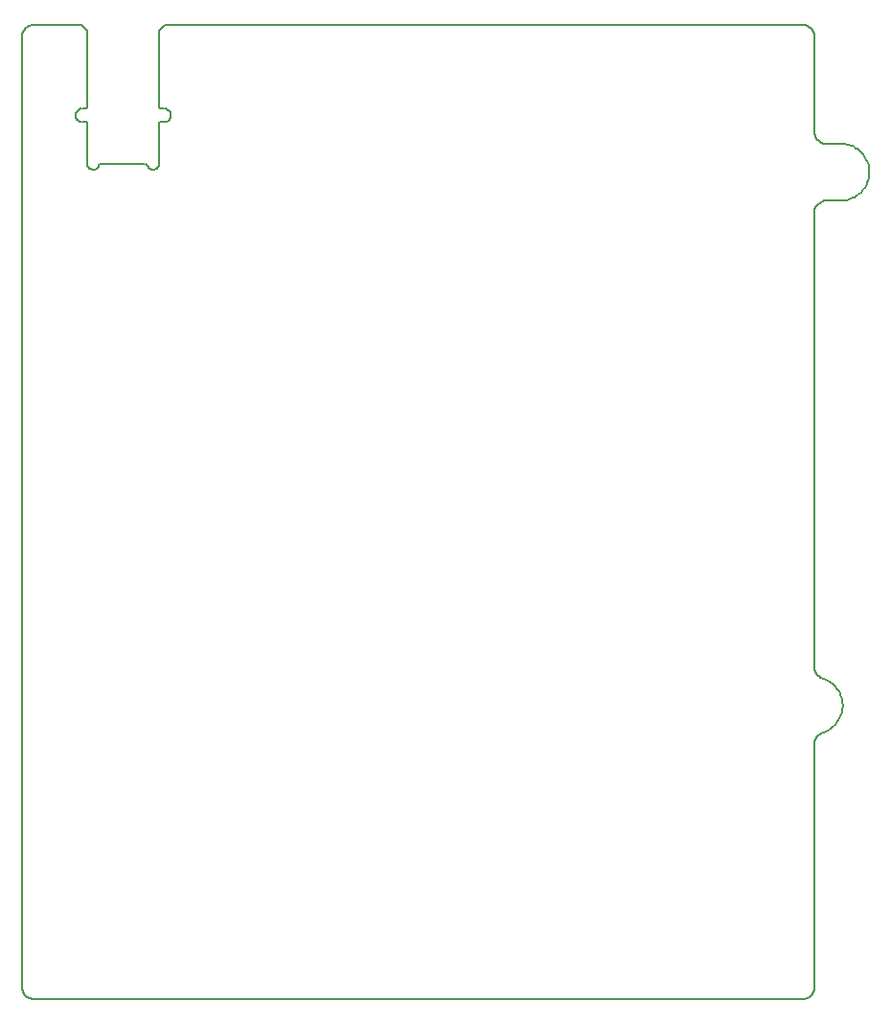
<source format=gko>
%FSTAX23Y23*%
%MOIN*%
%SFA1B1*%

%IPPOS*%
%ADD13C,0.005900*%
%LNmain_board-1*%
%LPD*%
G54D13*
X02389Y01161D02*
D01*
X02389Y01158*
X0239Y01155*
X0239Y01153*
X02391Y0115*
X02392Y01147*
X02393Y01145*
X02394Y01142*
X02395Y0114*
X02397Y01138*
X02399Y01136*
X024Y01134*
X02402Y01132*
X02404Y0113*
X02407Y01128*
X02409Y01127*
X02411Y01125*
X02414Y01124*
X02417Y01123*
X02419Y01123*
X02422Y01122*
X02425Y01122*
X02427Y01122*
X02429Y04507D02*
D01*
X02426Y04507*
X02423Y04507*
X0242Y04507*
X02418Y04506*
X02415Y04505*
X02413Y04504*
X0241Y04503*
X02408Y04501*
X02405Y045*
X02403Y04498*
X02401Y04496*
X02399Y04494*
X02398Y04492*
X02396Y0449*
X02394Y04488*
X02393Y04485*
X02392Y04483*
X02391Y0448*
X0239Y04478*
X0239Y04475*
X02389Y04472*
X02389Y0447*
X02597Y04217D02*
D01*
X02595Y04217*
X02594Y04216*
X02592Y04216*
X0259Y04216*
X02589Y04215*
X02587Y04214*
X02586Y04213*
X02585Y04212*
X02583Y04211*
X02582Y0421*
X02581Y04209*
X0258Y04208*
X02579Y04206*
X02578Y04205*
X02577Y04203*
X02577Y04202*
X02576Y042*
X02576Y04199*
X02576Y04197*
X02575Y04196*
X02575Y04194*
X02575Y04192*
X02575Y04191*
X02576Y04189*
X02576Y04187*
X02576Y04186*
X02577Y04184*
X02578Y04183*
X02579Y04181*
X02579Y0418*
X0258Y04179*
X02582Y04177*
X02583Y04176*
X02584Y04175*
X02585Y04174*
X02587Y04173*
X02588Y04172*
X0259Y04172*
X02591Y04171*
X02593Y04171*
X02594Y0417*
X02596Y0417*
X02597Y0417*
X02617Y04022D02*
D01*
X02617Y04021*
X02617Y0402*
X02617Y04018*
X02618Y04017*
X02618Y04016*
X02619Y04015*
X0262Y04013*
X02621Y04012*
X02621Y04011*
X02622Y0401*
X02623Y04009*
X02624Y04008*
X02626Y04008*
X02627Y04007*
X02628Y04006*
X02629Y04006*
X02631Y04005*
X02632Y04005*
X02633Y04005*
X02635Y04005*
X02636Y04004*
X02637Y04004*
X02639Y04005*
X0264Y04005*
X02641Y04005*
X02643Y04005*
X02644Y04006*
X02645Y04007*
X02646Y04007*
X02648Y04008*
X02649Y04009*
X0265Y0401*
X02651Y04011*
X02652Y04012*
X02652Y04013*
X02653Y04014*
X02654Y04015*
X02654Y04016*
X02655Y04018*
X02655Y04019*
X02656Y0402*
X02826Y04018D02*
D01*
X02827Y04017*
X02827Y04016*
X02828Y04014*
X02829Y04013*
X02829Y04012*
X0283Y04011*
X02831Y0401*
X02832Y04009*
X02833Y04008*
X02834Y04007*
X02836Y04007*
X02837Y04006*
X02838Y04006*
X02839Y04005*
X02841Y04005*
X02842Y04005*
X02843Y04004*
X02845Y04004*
X02846Y04004*
X02848Y04005*
X02849Y04005*
X0285Y04005*
X02852Y04006*
X02853Y04006*
X02854Y04007*
X02855Y04007*
X02856Y04008*
X02858Y04009*
X02859Y0401*
X0286Y04011*
X0286Y04012*
X02861Y04013*
X02862Y04014*
X02863Y04015*
X02863Y04017*
X02864Y04018*
X02864Y04019*
X02864Y0402*
X02865Y04022*
X02865Y04022*
X02884Y0417D02*
D01*
X02886Y0417*
X02888Y0417*
X02889Y04171*
X02891Y04171*
X02892Y04172*
X02894Y04173*
X02895Y04174*
X02897Y04174*
X02898Y04175*
X02899Y04177*
X029Y04178*
X02901Y04179*
X02902Y0418*
X02903Y04182*
X02904Y04183*
X02904Y04185*
X02905Y04186*
X02905Y04188*
X02906Y0419*
X02906Y04191*
X02906Y04193*
X02906Y04195*
X02906Y04196*
X02906Y04198*
X02905Y04199*
X02905Y04201*
X02904Y04203*
X02904Y04204*
X02903Y04206*
X02902Y04207*
X02901Y04208*
X029Y0421*
X02899Y04211*
X02897Y04212*
X02896Y04213*
X02895Y04214*
X02893Y04214*
X02892Y04215*
X0289Y04216*
X02889Y04216*
X02887Y04217*
X02885Y04217*
X02884Y04217*
X05145Y0447D02*
D01*
X05145Y04473*
X05144Y04476*
X05144Y04478*
X05143Y04481*
X05142Y04484*
X05141Y04486*
X05139Y04488*
X05138Y04491*
X05136Y04493*
X05134Y04495*
X05133Y04497*
X0513Y04499*
X05128Y045*
X05126Y04502*
X05124Y04503*
X05121Y04504*
X05118Y04505*
X05116Y04506*
X05113Y04507*
X0511Y04507*
X05108Y04507*
X05107Y04507*
X05145Y04135D02*
D01*
X05145Y04132*
X05146Y04129*
X05147Y04126*
X05148Y04123*
X05149Y0412*
X0515Y04118*
X05151Y04115*
X05153Y04112*
X05155Y0411*
X05157Y04108*
X05159Y04106*
X05161Y04104*
X05164Y04102*
X05166Y041*
X05169Y04099*
X05172Y04097*
X05175Y04096*
X05177Y04095*
X0518Y04095*
X05183Y04094*
X05186Y04094*
X05187Y04094*
X0524Y03897D02*
D01*
X05246Y03897*
X05253Y03898*
X0526Y03899*
X05267Y03901*
X05273Y03903*
X0528Y03906*
X05286Y03909*
X05292Y03913*
X05297Y03916*
X05303Y03921*
X05308Y03925*
X05312Y0393*
X05317Y03936*
X05321Y03941*
X05324Y03947*
X05328Y03953*
X0533Y03959*
X05333Y03966*
X05334Y03973*
X05336Y03979*
X05337Y03986*
X05337Y03993*
X05337Y04*
X05336Y04007*
X05335Y04013*
X05334Y0402*
X05332Y04027*
X0533Y04033*
X05327Y04039*
X05323Y04045*
X0532Y04051*
X05316Y04057*
X05311Y04062*
X05306Y04067*
X05301Y04071*
X05296Y04076*
X0529Y04079*
X05284Y04083*
X05278Y04086*
X05272Y04088*
X05265Y0409*
X05258Y04092*
X05252Y04093*
X05245Y04094*
X05239Y04094*
X05186Y03897D02*
D01*
X05183Y03897*
X0518Y03896*
X05177Y03896*
X05174Y03895*
X05172Y03894*
X05169Y03892*
X05166Y03891*
X05164Y03889*
X05161Y03887*
X05159Y03885*
X05157Y03883*
X05155Y03881*
X05153Y03879*
X05151Y03876*
X0515Y03873*
X05149Y03871*
X05147Y03868*
X05147Y03865*
X05146Y03862*
X05145Y03859*
X05145Y03856*
X05145Y03855*
Y02274D02*
D01*
X05145Y02271*
X05146Y02268*
X05147Y02265*
X05148Y02262*
X05149Y02259*
X0515Y02257*
X05151Y02254*
X05153Y02251*
X05155Y02249*
X05157Y02247*
X05159Y02245*
X05161Y02243*
X05164Y02241*
X05166Y02239*
X05169Y02238*
X05172Y02236*
X05173Y02236*
X05178Y02049D02*
D01*
X05185Y02051*
X05191Y02054*
X05197Y02058*
X05203Y02061*
X05208Y02066*
X05213Y0207*
X05218Y02075*
X05222Y0208*
X05227Y02086*
X0523Y02092*
X05233Y02098*
X05236Y02104*
X05239Y0211*
X05241Y02117*
X05242Y02124*
X05243Y02131*
X05244Y02137*
X05244Y02144*
X05243Y02151*
X05242Y02158*
X05241Y02165*
X05239Y02171*
X05237Y02178*
X05234Y02184*
X05231Y0219*
X05227Y02196*
X05223Y02202*
X05219Y02207*
X05214Y02212*
X05209Y02216*
X05203Y02221*
X05198Y02225*
X05192Y02228*
X05186Y02231*
X05179Y02234*
X05174Y02235*
X05178Y02048D02*
D01*
X05175Y02047*
X05172Y02046*
X05169Y02045*
X05167Y02044*
X05164Y02042*
X05162Y0204*
X05159Y02038*
X05157Y02036*
X05155Y02034*
X05153Y02031*
X05152Y02029*
X0515Y02026*
X05149Y02024*
X05148Y02021*
X05147Y02018*
X05146Y02015*
X05145Y02012*
X05145Y02009*
X05145Y02009*
X05108Y01122D02*
D01*
X05111Y01122*
X05113Y01122*
X05116Y01123*
X05119Y01124*
X05121Y01125*
X05124Y01126*
X05126Y01127*
X05128Y01129*
X05131Y0113*
X05133Y01132*
X05135Y01134*
X05136Y01136*
X05138Y01138*
X0514Y01141*
X05141Y01143*
X05142Y01146*
X05143Y01148*
X05144Y01151*
X05144Y01154*
X05145Y01156*
X05145Y01159*
X05145Y0116*
X02389Y01161D02*
Y0447D01*
X02429Y04507D02*
X02596D01*
X02617Y04487*
X02613Y04217D02*
X02617Y04221D01*
Y04487*
X02598Y04217D02*
X02612D01*
X02598Y0417D02*
X02614D01*
X02617Y04167*
Y04023D02*
Y04167D01*
X02656Y0402D02*
X0266Y04024D01*
X02663*
X02817*
X0282D02*
X02826Y04018D01*
X02865Y04025D02*
Y04164D01*
Y04167D02*
X02868Y0417D01*
X02884*
X02865Y04222D02*
X0287Y04217D01*
X02883*
X02865Y04222D02*
Y04487D01*
Y04488D02*
X02884Y04507D01*
X05106*
X05145Y04135D02*
Y0447D01*
X05187Y04094D02*
X05239D01*
X05186Y03897D02*
X0524D01*
X05145Y02274D02*
Y03855D01*
Y01161D02*
Y0201D01*
X02427Y01122D02*
X05108D01*
M02*
</source>
